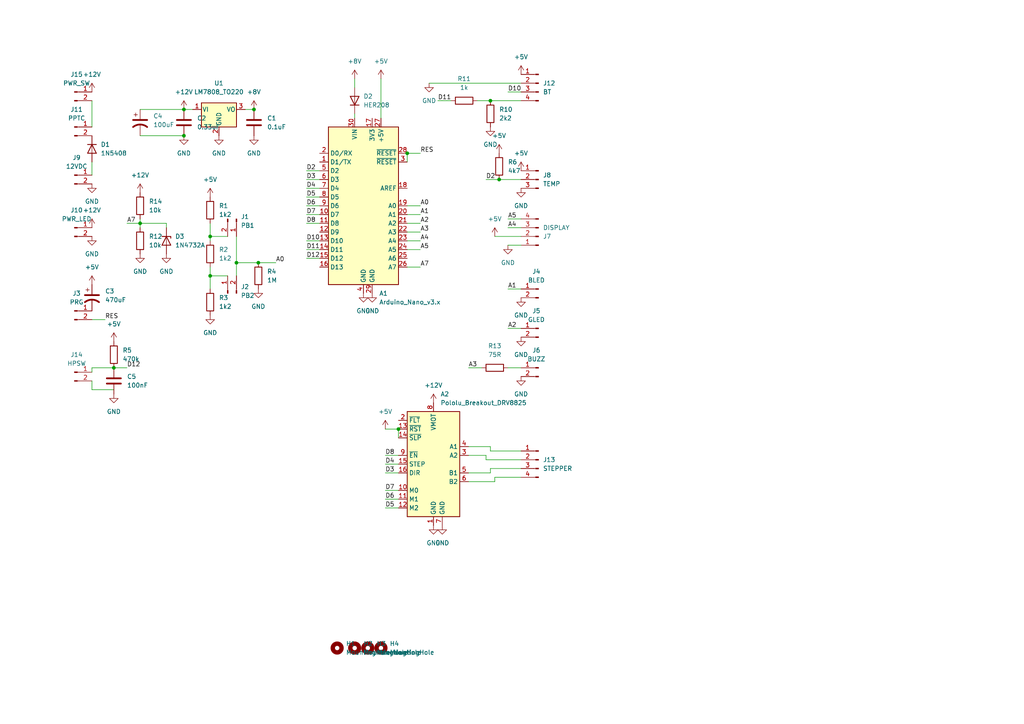
<source format=kicad_sch>
(kicad_sch (version 20211123) (generator eeschema)
  (paper "A4")
  (lib_symbols
    (symbol "Connector:Conn_01x02_Male" (pin_names (offset 1.016) hide)
      (property "Reference" "J" (at 0 2.54 0))
      (property "Value" "Conn_01x02_Male" (at 0 -5.08 0))
      (symbol "Conn_01x02_Male_1_1"
        (polyline (pts (xy 1.27 -2.54) (xy 0.8636 -2.54)) (stroke (width 0.1524)))
        (polyline (pts (xy 1.27 0) (xy 0.8636 0)) (stroke (width 0.1524)))
        (rectangle (start 0.8636 -2.413) (end 0 -2.667) (stroke (width 0.1524)) (fill (type outline)))
        (rectangle (start 0.8636 0.127) (end 0 -0.127) (stroke (width 0.1524)) (fill (type outline)))
        (pin passive line (at 5.08 0 180) (length 3.81) (name "Pin_1") (number "1"))
        (pin passive line (at 5.08 -2.54 180) (length 3.81) (name "Pin_2") (number "2"))
      )
    )
    (symbol "Connector:Conn_01x03_Male" (pin_names (offset 1.016) hide)
      (property "Reference" "J" (at 0 5.08 0))
      (property "Value" "Conn_01x03_Male" (at 0 -5.08 0))
      (symbol "Conn_01x03_Male_1_1"
        (polyline (pts (xy 1.27 -2.54) (xy 0.8636 -2.54)) (stroke (width 0.1524)))
        (polyline (pts (xy 1.27 0) (xy 0.8636 0)) (stroke (width 0.1524)))
        (polyline (pts (xy 1.27 2.54) (xy 0.8636 2.54)) (stroke (width 0.1524)))
        (rectangle (start 0.8636 -2.413) (end 0 -2.667) (stroke (width 0.1524)) (fill (type outline)))
        (rectangle (start 0.8636 0.127) (end 0 -0.127) (stroke (width 0.1524)) (fill (type outline)))
        (rectangle (start 0.8636 2.667) (end 0 2.413) (stroke (width 0.1524)) (fill (type outline)))
        (pin passive line (at 5.08 2.54 180) (length 3.81) (name "Pin_1") (number "1"))
        (pin passive line (at 5.08 0 180) (length 3.81) (name "Pin_2") (number "2"))
        (pin passive line (at 5.08 -2.54 180) (length 3.81) (name "Pin_3") (number "3"))
      )
    )
    (symbol "Connector:Conn_01x04_Male" (pin_names (offset 1.016) hide)
      (property "Reference" "J" (at 0 5.08 0))
      (property "Value" "Conn_01x04_Male" (at 0 -7.62 0))
      (symbol "Conn_01x04_Male_1_1"
        (polyline (pts (xy 1.27 -5.08) (xy 0.8636 -5.08)) (stroke (width 0.1524)))
        (polyline (pts (xy 1.27 -2.54) (xy 0.8636 -2.54)) (stroke (width 0.1524)))
        (polyline (pts (xy 1.27 0) (xy 0.8636 0)) (stroke (width 0.1524)))
        (polyline (pts (xy 1.27 2.54) (xy 0.8636 2.54)) (stroke (width 0.1524)))
        (rectangle (start 0.8636 -4.953) (end 0 -5.207) (stroke (width 0.1524)) (fill (type outline)))
        (rectangle (start 0.8636 -2.413) (end 0 -2.667) (stroke (width 0.1524)) (fill (type outline)))
        (rectangle (start 0.8636 0.127) (end 0 -0.127) (stroke (width 0.1524)) (fill (type outline)))
        (rectangle (start 0.8636 2.667) (end 0 2.413) (stroke (width 0.1524)) (fill (type outline)))
        (pin passive line (at 5.08 2.54 180) (length 3.81) (name "Pin_1") (number "1"))
        (pin passive line (at 5.08 0 180) (length 3.81) (name "Pin_2") (number "2"))
        (pin passive line (at 5.08 -2.54 180) (length 3.81) (name "Pin_3") (number "3"))
        (pin passive line (at 5.08 -5.08 180) (length 3.81) (name "Pin_4") (number "4"))
      )
    )
    (symbol "Device:C" (pin_numbers hide) (pin_names (offset 0.254))
      (property "Reference" "C" (at 0.635 2.54 0))
      (property "Value" "C" (at 0.635 -2.54 0))
      (symbol "C_0_1"
        (polyline (pts (xy -2.032 -0.762) (xy 2.032 -0.762)) (stroke (width 0.508)))
        (polyline (pts (xy -2.032 0.762) (xy 2.032 0.762)) (stroke (width 0.508)))
      )
      (symbol "C_1_1"
        (pin passive line (at 0 3.81 270) (length 2.794) (name "~") (number "1"))
        (pin passive line (at 0 -3.81 90) (length 2.794) (name "~") (number "2"))
      )
    )
    (symbol "Device:C_Polarized_US" (pin_numbers hide) (pin_names (offset 0.254) hide)
      (property "Reference" "C" (at 0.635 2.54 0))
      (property "Value" "C_Polarized_US" (at 0.635 -2.54 0))
      (symbol "C_Polarized_US_0_1"
        (polyline (pts (xy -2.032 0.762) (xy 2.032 0.762)) (stroke (width 0.508)))
        (polyline (pts (xy -1.778 2.286) (xy -0.762 2.286)))
        (polyline (pts (xy -1.27 1.778) (xy -1.27 2.794)))
        (arc (start 2.032 -1.27) (mid 0 -0.5572) (end -2.032 -1.27) (stroke (width 0.508)))
      )
      (symbol "C_Polarized_US_1_1"
        (pin passive line (at 0 3.81 270) (length 2.794) (name "~") (number "1"))
        (pin passive line (at 0 -3.81 90) (length 3.302) (name "~") (number "2"))
      )
    )
    (symbol "Device:D" (pin_numbers hide) (pin_names (offset 1.016) hide)
      (property "Reference" "D" (at 0 2.54 0))
      (property "Value" "D" (at 0 -2.54 0))
      (symbol "D_0_1"
        (polyline (pts (xy -1.27 1.27) (xy -1.27 -1.27)) (stroke (width 0.254)))
        (polyline (pts (xy 1.27 0) (xy -1.27 0)))
        (polyline (pts (xy 1.27 1.27) (xy 1.27 -1.27) (xy -1.27 0) (xy 1.27 1.27)) (stroke (width 0.254)))
      )
      (symbol "D_1_1"
        (pin passive line (at -3.81 0 0) (length 2.54) (name "K") (number "1"))
        (pin passive line (at 3.81 0 180) (length 2.54) (name "A") (number "2"))
      )
    )
    (symbol "Device:D_Zener" (pin_numbers hide) (pin_names (offset 1.016) hide)
      (property "Reference" "D" (at 0 2.54 0))
      (property "Value" "D_Zener" (at 0 -2.54 0))
      (symbol "D_Zener_0_1"
        (polyline (pts (xy 1.27 0) (xy -1.27 0)))
        (polyline (pts (xy -1.27 -1.27) (xy -1.27 1.27) (xy -0.762 1.27)) (stroke (width 0.254)))
        (polyline (pts (xy 1.27 -1.27) (xy 1.27 1.27) (xy -1.27 0) (xy 1.27 -1.27)) (stroke (width 0.254)))
      )
      (symbol "D_Zener_1_1"
        (pin passive line (at -3.81 0 0) (length 2.54) (name "K") (number "1"))
        (pin passive line (at 3.81 0 180) (length 2.54) (name "A") (number "2"))
      )
    )
    (symbol "Device:R" (pin_numbers hide) (pin_names (offset 0))
      (property "Reference" "R" (at 2.032 0 90))
      (property "Value" "R" (at 0 0 90))
      (symbol "R_0_1"
        (rectangle (start -1.016 -2.54) (end 1.016 2.54) (stroke (width 0.254)))
      )
      (symbol "R_1_1"
        (pin passive line (at 0 3.81 270) (length 1.27) (name "~") (number "1"))
        (pin passive line (at 0 -3.81 90) (length 1.27) (name "~") (number "2"))
      )
    )
    (symbol "Diode:1N5408" (pin_numbers hide) (pin_names (offset 1.016) hide)
      (property "Reference" "D" (at 0 2.54 0))
      (property "Value" "1N5408" (at 0 -2.54 0))
      (symbol "1N5408_0_1"
        (polyline (pts (xy -1.27 1.27) (xy -1.27 -1.27)) (stroke (width 0.254)))
        (polyline (pts (xy 1.27 0) (xy -1.27 0)))
        (polyline (pts (xy 1.27 1.27) (xy 1.27 -1.27) (xy -1.27 0) (xy 1.27 1.27)) (stroke (width 0.254)))
      )
      (symbol "1N5408_1_1"
        (pin passive line (at -3.81 0 0) (length 2.54) (name "K") (number "1"))
        (pin passive line (at 3.81 0 180) (length 2.54) (name "A") (number "2"))
      )
    )
    (symbol "Driver_Motor:Pololu_Breakout_DRV8825"
      (property "Reference" "A" (at -2.54 16.51 0))
      (property "Value" "Pololu_Breakout_DRV8825" (at -2.54 13.97 0))
      (symbol "Pololu_Breakout_DRV8825_0_1"
        (rectangle (start 7.62 -17.78) (end -7.62 12.7) (stroke (width 0.254)) (fill (type background)))
      )
      (symbol "Pololu_Breakout_DRV8825_1_1"
        (pin power_in line (at 0 -20.32 90) (length 2.54) (name "GND") (number "1"))
        (pin input line (at -10.16 -10.16 0) (length 2.54) (name "M0") (number "10"))
        (pin input line (at -10.16 -12.7 0) (length 2.54) (name "M1") (number "11"))
        (pin input line (at -10.16 -15.24 0) (length 2.54) (name "M2") (number "12"))
        (pin input line (at -10.16 7.62 0) (length 2.54) (name "~{RST}") (number "13"))
        (pin input line (at -10.16 5.08 0) (length 2.54) (name "~{SLP}") (number "14"))
        (pin input line (at -10.16 -2.54 0) (length 2.54) (name "STEP") (number "15"))
        (pin input line (at -10.16 -5.08 0) (length 2.54) (name "DIR") (number "16"))
        (pin output line (at -10.16 10.16 0) (length 2.54) (name "~{FLT}") (number "2"))
        (pin output line (at 10.16 0 180) (length 2.54) (name "A2") (number "3"))
        (pin output line (at 10.16 2.54 180) (length 2.54) (name "A1") (number "4"))
        (pin output line (at 10.16 -5.08 180) (length 2.54) (name "B1") (number "5"))
        (pin output line (at 10.16 -7.62 180) (length 2.54) (name "B2") (number "6"))
        (pin power_in line (at 2.54 -20.32 90) (length 2.54) (name "GND") (number "7"))
        (pin power_in line (at 0 15.24 270) (length 2.54) (name "VMOT") (number "8"))
        (pin input line (at -10.16 0 0) (length 2.54) (name "~{EN}") (number "9"))
      )
    )
    (symbol "MCU_Module:Arduino_Nano_v3.x"
      (property "Reference" "A" (at -10.16 23.495 0))
      (property "Value" "Arduino_Nano_v3.x" (at 5.08 -24.13 0))
      (symbol "Arduino_Nano_v3.x_0_1"
        (rectangle (start -10.16 22.86) (end 10.16 -22.86) (stroke (width 0.254)) (fill (type background)))
      )
      (symbol "Arduino_Nano_v3.x_1_1"
        (pin bidirectional line (at -12.7 12.7 0) (length 2.54) (name "D1/TX") (number "1"))
        (pin bidirectional line (at -12.7 -2.54 0) (length 2.54) (name "D7") (number "10"))
        (pin bidirectional line (at -12.7 -5.08 0) (length 2.54) (name "D8") (number "11"))
        (pin bidirectional line (at -12.7 -7.62 0) (length 2.54) (name "D9") (number "12"))
        (pin bidirectional line (at -12.7 -10.16 0) (length 2.54) (name "D10") (number "13"))
        (pin bidirectional line (at -12.7 -12.7 0) (length 2.54) (name "D11") (number "14"))
        (pin bidirectional line (at -12.7 -15.24 0) (length 2.54) (name "D12") (number "15"))
        (pin bidirectional line (at -12.7 -17.78 0) (length 2.54) (name "D13") (number "16"))
        (pin power_out line (at 2.54 25.4 270) (length 2.54) (name "3V3") (number "17"))
        (pin input line (at 12.7 5.08 180) (length 2.54) (name "AREF") (number "18"))
        (pin bidirectional line (at 12.7 0 180) (length 2.54) (name "A0") (number "19"))
        (pin bidirectional line (at -12.7 15.24 0) (length 2.54) (name "D0/RX") (number "2"))
        (pin bidirectional line (at 12.7 -2.54 180) (length 2.54) (name "A1") (number "20"))
        (pin bidirectional line (at 12.7 -5.08 180) (length 2.54) (name "A2") (number "21"))
        (pin bidirectional line (at 12.7 -7.62 180) (length 2.54) (name "A3") (number "22"))
        (pin bidirectional line (at 12.7 -10.16 180) (length 2.54) (name "A4") (number "23"))
        (pin bidirectional line (at 12.7 -12.7 180) (length 2.54) (name "A5") (number "24"))
        (pin bidirectional line (at 12.7 -15.24 180) (length 2.54) (name "A6") (number "25"))
        (pin bidirectional line (at 12.7 -17.78 180) (length 2.54) (name "A7") (number "26"))
        (pin power_out line (at 5.08 25.4 270) (length 2.54) (name "+5V") (number "27"))
        (pin input line (at 12.7 15.24 180) (length 2.54) (name "~{RESET}") (number "28"))
        (pin power_in line (at 2.54 -25.4 90) (length 2.54) (name "GND") (number "29"))
        (pin input line (at 12.7 12.7 180) (length 2.54) (name "~{RESET}") (number "3"))
        (pin power_in line (at -2.54 25.4 270) (length 2.54) (name "VIN") (number "30"))
        (pin power_in line (at 0 -25.4 90) (length 2.54) (name "GND") (number "4"))
        (pin bidirectional line (at -12.7 10.16 0) (length 2.54) (name "D2") (number "5"))
        (pin bidirectional line (at -12.7 7.62 0) (length 2.54) (name "D3") (number "6"))
        (pin bidirectional line (at -12.7 5.08 0) (length 2.54) (name "D4") (number "7"))
        (pin bidirectional line (at -12.7 2.54 0) (length 2.54) (name "D5") (number "8"))
        (pin bidirectional line (at -12.7 0 0) (length 2.54) (name "D6") (number "9"))
      )
    )
    (symbol "Mechanical:MountingHole" (pin_names (offset 1.016))
      (property "Reference" "H" (at 0 5.08 0))
      (property "Value" "MountingHole" (at 0 3.175 0))
      (symbol "MountingHole_0_1"
        (circle (center 0 0) (radius 1.27) (stroke (width 1.27)))
      )
    )
    (symbol "Regulator_Linear:LM7808_TO220" (pin_names (offset 0.254))
      (property "Reference" "U" (at -3.81 3.175 0))
      (property "Value" "LM7808_TO220" (at 0 3.175 0))
      (symbol "LM7808_TO220_0_1"
        (rectangle (start -5.08 1.905) (end 5.08 -5.08) (stroke (width 0.254)) (fill (type background)))
      )
      (symbol "LM7808_TO220_1_1"
        (pin power_in line (at -7.62 0 0) (length 2.54) (name "VI") (number "1"))
        (pin power_in line (at 0 -7.62 90) (length 2.54) (name "GND") (number "2"))
        (pin power_out line (at 7.62 0 180) (length 2.54) (name "VO") (number "3"))
      )
    )
    (symbol "power:+12V" (power) (pin_names (offset 0))
      (property "Value" "+12V" (at 0 3.556 0))
      (symbol "+12V_0_1"
        (polyline (pts (xy -0.762 1.27) (xy 0 2.54)))
        (polyline (pts (xy 0 0) (xy 0 2.54)))
        (polyline (pts (xy 0 2.54) (xy 0.762 1.27)))
      )
      (symbol "+12V_1_1"
        (pin power_in line (at 0 0 90) (length 0) hide (name "+12V") (number "1"))
      )
    )
    (symbol "power:+5V" (power) (pin_names (offset 0))
      (property "Value" "+5V" (at 0 3.556 0))
      (symbol "+5V_0_1"
        (polyline (pts (xy -0.762 1.27) (xy 0 2.54)))
        (polyline (pts (xy 0 0) (xy 0 2.54)))
        (polyline (pts (xy 0 2.54) (xy 0.762 1.27)))
      )
      (symbol "+5V_1_1"
        (pin power_in line (at 0 0 90) (length 0) hide (name "+5V") (number "1"))
      )
    )
    (symbol "power:+8V" (power) (pin_names (offset 0))
      (property "Value" "+8V" (at 0 3.556 0))
      (symbol "+8V_0_1"
        (polyline (pts (xy -0.762 1.27) (xy 0 2.54)))
        (polyline (pts (xy 0 0) (xy 0 2.54)))
        (polyline (pts (xy 0 2.54) (xy 0.762 1.27)))
      )
      (symbol "+8V_1_1"
        (pin power_in line (at 0 0 90) (length 0) hide (name "+8V") (number "1"))
      )
    )
    (symbol "power:GND" (power) (pin_names (offset 0))
      (property "Value" "GND" (at 0 -3.81 0))
      (symbol "GND_0_1"
        (polyline (pts (xy 0 0) (xy 0 -1.27) (xy 1.27 -1.27) (xy 0 -2.54) (xy -1.27 -1.27) (xy 0 -1.27)))
      )
      (symbol "GND_1_1"
        (pin power_in line (at 0 0 270) (length 0) hide (name "GND") (number "1"))
      )
    )
  )
  (junction (at 60.96 68.58))
  (junction (at 53.34 31.75))
  (junction (at 40.64 64.77))
  (junction (at 142.24 29.21))
  (junction (at 33.02 106.68))
  (junction (at 73.66 31.75))
  (junction (at 74.93 76.2))
  (junction (at 53.34 39.37))
  (junction (at 144.78 52.07))
  (junction (at 115.57 124.46))
  (junction (at 68.58 76.2))
  (junction (at 118.11 44.45))
  (junction (at 60.96 80.01))
  (wire (pts (xy 140.97 132.08) (xy 140.97 133.35)))
  (wire (pts (xy 48.26 64.77) (xy 40.64 64.77)))
  (wire (pts (xy 88.9 62.23) (xy 92.71 62.23)))
  (wire (pts (xy 88.9 64.77) (xy 92.71 64.77)))
  (wire (pts (xy 135.89 106.68) (xy 139.7 106.68)))
  (wire (pts (xy 147.32 71.12) (xy 151.13 71.12)))
  (wire (pts (xy 88.9 72.39) (xy 92.71 72.39)))
  (wire (pts (xy 142.24 135.89) (xy 151.13 135.89)))
  (wire (pts (xy 115.57 124.46) (xy 115.57 127)))
  (wire (pts (xy 147.32 83.82) (xy 151.13 83.82)))
  (wire (pts (xy 147.32 66.04) (xy 151.13 66.04)))
  (wire (pts (xy 111.76 142.24) (xy 115.57 142.24)))
  (wire (pts (xy 102.87 22.86) (xy 102.87 25.4)))
  (wire (pts (xy 60.96 80.01) (xy 66.04 80.01)))
  (wire (pts (xy 26.67 107.95) (xy 26.67 106.68)))
  (wire (pts (xy 88.9 57.15) (xy 92.71 57.15)))
  (wire (pts (xy 118.11 77.47) (xy 121.92 77.47)))
  (wire (pts (xy 135.89 137.16) (xy 142.24 137.16)))
  (wire (pts (xy 60.96 64.77) (xy 60.96 68.58)))
  (wire (pts (xy 74.93 76.2) (xy 80.01 76.2)))
  (wire (pts (xy 135.89 139.7) (xy 143.51 139.7)))
  (wire (pts (xy 147.32 63.5) (xy 151.13 63.5)))
  (wire (pts (xy 124.46 24.13) (xy 151.13 24.13)))
  (wire (pts (xy 40.64 31.75) (xy 53.34 31.75)))
  (wire (pts (xy 48.26 66.04) (xy 48.26 64.77)))
  (wire (pts (xy 88.9 74.93) (xy 92.71 74.93)))
  (wire (pts (xy 111.76 134.62) (xy 115.57 134.62)))
  (wire (pts (xy 147.32 106.68) (xy 151.13 106.68)))
  (wire (pts (xy 60.96 77.47) (xy 60.96 80.01)))
  (wire (pts (xy 60.96 68.58) (xy 66.04 68.58)))
  (wire (pts (xy 140.97 133.35) (xy 151.13 133.35)))
  (wire (pts (xy 140.97 52.07) (xy 144.78 52.07)))
  (wire (pts (xy 68.58 76.2) (xy 68.58 80.01)))
  (wire (pts (xy 26.67 106.68) (xy 33.02 106.68)))
  (wire (pts (xy 138.43 29.21) (xy 142.24 29.21)))
  (wire (pts (xy 111.76 147.32) (xy 115.57 147.32)))
  (wire (pts (xy 143.51 139.7) (xy 143.51 138.43)))
  (wire (pts (xy 147.32 26.67) (xy 151.13 26.67)))
  (wire (pts (xy 127 29.21) (xy 130.81 29.21)))
  (wire (pts (xy 143.51 138.43) (xy 151.13 138.43)))
  (wire (pts (xy 88.9 69.85) (xy 92.71 69.85)))
  (wire (pts (xy 143.51 68.58) (xy 151.13 68.58)))
  (wire (pts (xy 118.11 44.45) (xy 121.92 44.45)))
  (wire (pts (xy 111.76 144.78) (xy 115.57 144.78)))
  (wire (pts (xy 118.11 59.69) (xy 121.92 59.69)))
  (wire (pts (xy 60.96 68.58) (xy 60.96 69.85)))
  (wire (pts (xy 118.11 69.85) (xy 121.92 69.85)))
  (wire (pts (xy 73.66 31.75) (xy 71.12 31.75)))
  (wire (pts (xy 142.24 29.21) (xy 151.13 29.21)))
  (wire (pts (xy 60.96 80.01) (xy 60.96 83.82)))
  (wire (pts (xy 26.67 113.03) (xy 33.02 113.03)))
  (wire (pts (xy 26.67 46.99) (xy 26.67 50.8)))
  (wire (pts (xy 68.58 76.2) (xy 74.93 76.2)))
  (wire (pts (xy 40.64 39.37) (xy 53.34 39.37)))
  (wire (pts (xy 26.67 29.21) (xy 26.67 36.83)))
  (wire (pts (xy 144.78 52.07) (xy 151.13 52.07)))
  (wire (pts (xy 102.87 33.02) (xy 102.87 34.29)))
  (wire (pts (xy 118.11 44.45) (xy 118.11 46.99)))
  (wire (pts (xy 142.24 137.16) (xy 142.24 135.89)))
  (wire (pts (xy 36.83 64.77) (xy 40.64 64.77)))
  (wire (pts (xy 135.89 129.54) (xy 142.24 129.54)))
  (wire (pts (xy 26.67 110.49) (xy 26.67 113.03)))
  (wire (pts (xy 88.9 59.69) (xy 92.71 59.69)))
  (wire (pts (xy 110.49 22.86) (xy 110.49 34.29)))
  (wire (pts (xy 88.9 54.61) (xy 92.71 54.61)))
  (wire (pts (xy 40.64 64.77) (xy 40.64 66.04)))
  (wire (pts (xy 142.24 130.81) (xy 151.13 130.81)))
  (wire (pts (xy 26.67 92.71) (xy 30.48 92.71)))
  (wire (pts (xy 111.76 132.08) (xy 115.57 132.08)))
  (wire (pts (xy 118.11 72.39) (xy 121.92 72.39)))
  (wire (pts (xy 118.11 64.77) (xy 121.92 64.77)))
  (wire (pts (xy 118.11 62.23) (xy 121.92 62.23)))
  (wire (pts (xy 118.11 67.31) (xy 121.92 67.31)))
  (wire (pts (xy 68.58 68.58) (xy 68.58 76.2)))
  (wire (pts (xy 40.64 63.5) (xy 40.64 64.77)))
  (wire (pts (xy 147.32 95.25) (xy 151.13 95.25)))
  (wire (pts (xy 135.89 132.08) (xy 140.97 132.08)))
  (wire (pts (xy 111.76 137.16) (xy 115.57 137.16)))
  (wire (pts (xy 53.34 31.75) (xy 55.88 31.75)))
  (wire (pts (xy 111.76 124.46) (xy 115.57 124.46)))
  (wire (pts (xy 33.02 106.68) (xy 36.83 106.68)))
  (wire (pts (xy 142.24 129.54) (xy 142.24 130.81)))
  (wire (pts (xy 88.9 52.07) (xy 92.71 52.07)))
  (wire (pts (xy 88.9 49.53) (xy 92.71 49.53)))
  (label "A7" (at 36.83 64.77 0))
  (label "D8" (at 88.9 64.77 0))
  (label "A0" (at 80.01 76.2 0))
  (label "A4" (at 147.32 66.04 0))
  (label "D10" (at 88.9 69.85 0))
  (label "D11" (at 88.9 72.39 0))
  (label "D2" (at 140.97 52.07 0))
  (label "D7" (at 88.9 62.23 0))
  (label "A0" (at 121.92 59.69 0))
  (label "A3" (at 135.89 106.68 0))
  (label "D6" (at 111.76 144.78 0))
  (label "A4" (at 121.92 69.85 0))
  (label "D5" (at 111.76 147.32 0))
  (label "D8" (at 111.76 132.08 0))
  (label "D4" (at 88.9 54.61 0))
  (label "RES" (at 121.92 44.45 0))
  (label "D11" (at 127 29.21 0))
  (label "A5" (at 121.92 72.39 0))
  (label "D6" (at 88.9 59.69 0))
  (label "D3" (at 111.76 137.16 0))
  (label "A5" (at 147.32 63.5 0))
  (label "A2" (at 121.92 64.77 0))
  (label "A7" (at 121.92 77.47 0))
  (label "D12" (at 88.9 74.93 0))
  (label "D7" (at 111.76 142.24 0))
  (label "D12" (at 36.83 106.68 0))
  (label "D5" (at 88.9 57.15 0))
  (label "A1" (at 147.32 83.82 0))
  (label "A2" (at 147.32 95.25 0))
  (label "D2" (at 88.9 49.53 0))
  (label "D4" (at 111.76 134.62 0))
  (label "A1" (at 121.92 62.23 0))
  (label "A3" (at 121.92 67.31 0))
  (label "D10" (at 147.32 26.67 0))
  (label "D3" (at 88.9 52.07 0))
  (label "RES" (at 30.48 92.71 0))
  (symbol (lib_id "power:GND") (at 74.93 83.82 0) (unit 1)
    (property "Reference" "#PWR0127" (effects hide))
    (property "Value" "GND" (at 74.93 88.9 0))
  )
  (symbol (lib_id "Device:C_Polarized_US") (at 26.67 86.36 0) (unit 1)
    (property "Reference" "C3" (at 30.48 84.4549 0) (effects (justify left)))
    (property "Value" "470uF" (at 30.48 86.9949 0) (effects (justify left)))
    (property "Footprint" "Capacitor_THT:CP_Radial_D8.0mm_P3.50mm" (effects hide))
  )
  (symbol (lib_id "Device:R") (at 40.64 59.69 0) (unit 1)
    (property "Reference" "R14" (at 43.18 58.4199 0) (effects (justify left)))
    (property "Value" "10k" (at 43.18 60.9599 0) (effects (justify left)))
    (property "Footprint" "Resistor_THT:R_Axial_DIN0309_L9.0mm_D3.2mm_P12.70mm_Horizontal" (effects hide))
  )
  (symbol (lib_id "Connector:Conn_01x04_Male") (at 156.21 24.13 0) (mirror y) (unit 1)
    (property "Reference" "J12" (at 157.48 24.1299 0) (effects (justify right)))
    (property "Value" "BT" (at 157.48 26.6699 0) (effects (justify right)))
    (property "Footprint" "Connector_JST:JST_XH_B4B-XH-AM_1x04_P2.50mm_Vertical" (effects hide))
  )
  (symbol (lib_id "power:+12V") (at 40.64 55.88 0) (unit 1)
    (property "Reference" "#PWR0132" (effects hide))
    (property "Value" "+12V" (at 40.64 50.8 0))
  )
  (symbol (lib_id "Connector:Conn_01x04_Male") (at 156.21 133.35 0) (mirror y) (unit 1)
    (property "Reference" "J13" (at 157.48 133.3499 0) (effects (justify right)))
    (property "Value" "STEPPER" (at 157.48 135.8899 0) (effects (justify right)))
    (property "Footprint" "Connector_JST:JST_XH_B4B-XH-AM_1x04_P2.50mm_Vertical" (effects hide))
  )
  (symbol (lib_id "power:+5V") (at 151.13 21.59 0) (unit 1)
    (property "Reference" "#PWR0107" (effects hide))
    (property "Value" "+5V" (at 151.13 16.51 0))
  )
  (symbol (lib_id "Connector:Conn_01x03_Male") (at 156.21 52.07 0) (mirror y) (unit 1)
    (property "Reference" "J8" (at 157.48 50.7999 0) (effects (justify right)))
    (property "Value" "TEMP" (at 157.48 53.3399 0) (effects (justify right)))
    (property "Footprint" "Connector_JST:JST_XH_B3B-XH-AM_1x03_P2.50mm_Vertical" (effects hide))
  )
  (symbol (lib_id "power:+12V") (at 125.73 116.84 0) (unit 1)
    (property "Reference" "#PWR0116" (effects hide))
    (property "Value" "+12V" (at 125.73 111.76 0))
  )
  (symbol (lib_id "Device:C_Polarized_US") (at 40.64 35.56 0) (unit 1)
    (property "Reference" "C4" (at 44.45 33.6549 0) (effects (justify left)))
    (property "Value" "100uF" (at 44.45 36.1949 0) (effects (justify left)))
    (property "Footprint" "Capacitor_THT:CP_Radial_D8.0mm_P3.50mm" (effects hide))
  )
  (symbol (lib_id "power:GND") (at 26.67 53.34 0) (unit 1)
    (property "Reference" "#PWR0136" (effects hide))
    (property "Value" "GND" (at 26.67 58.42 0))
  )
  (symbol (lib_id "Connector:Conn_01x02_Male") (at 21.59 66.04 0) (unit 1)
    (property "Reference" "J10" (at 22.225 60.96 0))
    (property "Value" "PWR_LED" (at 22.225 63.5 0))
    (property "Footprint" "Connector_JST:JST_XH_B2B-XH-AM_1x02_P2.50mm_Vertical" (effects hide))
  )
  (symbol (lib_id "Connector:Conn_01x02_Male") (at 156.21 83.82 0) (mirror y) (unit 1)
    (property "Reference" "J4" (at 155.575 78.74 0))
    (property "Value" "BLED" (at 155.575 81.28 0))
    (property "Footprint" "Connector_JST:JST_XH_B2B-XH-AM_1x02_P2.50mm_Vertical" (effects hide))
  )
  (symbol (lib_id "power:GND") (at 60.96 91.44 0) (unit 1)
    (property "Reference" "#PWR0120" (effects hide))
    (property "Value" "GND" (at 60.96 96.52 0))
  )
  (symbol (lib_id "Mechanical:MountingHole") (at 106.68 187.96 0) (unit 1)
    (property "Reference" "H3" (at 109.22 186.6899 0) (effects (justify left)))
    (property "Value" "MountingHole" (at 109.22 189.2299 0) (effects (justify left)))
    (property "Footprint" "MountingHole:MountingHole_3.2mm_M3" (effects hide))
  )
  (symbol (lib_id "Connector:Conn_01x02_Male") (at 66.04 85.09 90) (unit 1)
    (property "Reference" "J2" (at 69.85 83.1849 90) (effects (justify right)))
    (property "Value" "PB2" (at 69.85 85.7249 90) (effects (justify right)))
    (property "Footprint" "Connector_JST:JST_XH_B2B-XH-AM_1x02_P2.50mm_Vertical" (effects hide))
  )
  (symbol (lib_id "power:GND") (at 124.46 24.13 0) (unit 1)
    (property "Reference" "#PWR0104" (effects hide))
    (property "Value" "GND" (at 124.46 29.21 0))
  )
  (symbol (lib_id "power:+12V") (at 53.34 31.75 0) (unit 1)
    (property "Reference" "#PWR0135" (effects hide))
    (property "Value" "+12V" (at 53.34 26.67 0))
  )
  (symbol (lib_id "Connector:Conn_01x02_Male") (at 21.59 107.95 0) (unit 1)
    (property "Reference" "J14" (at 22.225 102.87 0))
    (property "Value" "HPSW" (at 22.225 105.41 0))
    (property "Footprint" "Connector_JST:JST_XH_B2B-XH-AM_1x02_P2.50mm_Vertical" (effects hide))
  )
  (symbol (lib_id "Device:R") (at 134.62 29.21 90) (unit 1)
    (property "Reference" "R11" (at 134.62 22.86 90))
    (property "Value" "1k" (at 134.62 25.4 90))
    (property "Footprint" "Resistor_THT:R_Axial_DIN0309_L9.0mm_D3.2mm_P2.54mm_Vertical" (effects hide))
  )
  (symbol (lib_id "power:+5V") (at 143.51 68.58 0) (unit 1)
    (property "Reference" "#PWR0101" (effects hide))
    (property "Value" "+5V" (at 143.51 63.5 0))
  )
  (symbol (lib_id "power:+5V") (at 60.96 57.15 0) (unit 1)
    (property "Reference" "#PWR0128" (effects hide))
    (property "Value" "+5V" (at 60.96 52.07 0))
  )
  (symbol (lib_id "power:+8V") (at 102.87 22.86 0) (unit 1)
    (property "Reference" "#PWR0108" (effects hide))
    (property "Value" "+8V" (at 102.87 17.78 0))
  )
  (symbol (lib_id "power:GND") (at 48.26 73.66 0) (unit 1)
    (property "Reference" "#PWR0121" (effects hide))
    (property "Value" "GND" (at 48.26 78.74 0))
  )
  (symbol (lib_id "Connector:Conn_01x02_Male") (at 21.59 50.8 0) (unit 1)
    (property "Reference" "J9" (at 22.225 45.72 0))
    (property "Value" "12VDC" (at 22.225 48.26 0))
    (property "Footprint" "Connector_JST:JST_XH_B2B-XH-AM_1x02_P2.50mm_Vertical" (effects hide))
  )
  (symbol (lib_id "power:GND") (at 40.64 73.66 0) (unit 1)
    (property "Reference" "#PWR0124" (effects hide))
    (property "Value" "GND" (at 40.64 78.74 0))
  )
  (symbol (lib_id "Mechanical:MountingHole") (at 97.79 187.96 0) (unit 1)
    (property "Reference" "H1" (at 100.33 186.6899 0) (effects (justify left)))
    (property "Value" "MountingHole" (at 100.33 189.2299 0) (effects (justify left)))
    (property "Footprint" "MountingHole:MountingHole_3.2mm_M3" (effects hide))
  )
  (symbol (lib_id "power:GND") (at 105.41 85.09 0) (unit 1)
    (property "Reference" "#PWR0118" (effects hide))
    (property "Value" "GND" (at 105.41 90.17 0))
  )
  (symbol (lib_id "Device:R") (at 40.64 69.85 0) (unit 1)
    (property "Reference" "R12" (at 43.18 68.5799 0) (effects (justify left)))
    (property "Value" "10k" (at 43.18 71.1199 0) (effects (justify left)))
    (property "Footprint" "Resistor_THT:R_Axial_DIN0309_L9.0mm_D3.2mm_P12.70mm_Horizontal" (effects hide))
  )
  (symbol (lib_id "power:+8V") (at 73.66 31.75 0) (unit 1)
    (property "Reference" "#PWR0130" (effects hide))
    (property "Value" "+8V" (at 73.66 26.67 0))
  )
  (symbol (lib_id "Device:R") (at 144.78 48.26 0) (unit 1)
    (property "Reference" "R6" (at 147.32 46.9899 0) (effects (justify left)))
    (property "Value" "4k7" (at 147.32 49.5299 0) (effects (justify left)))
    (property "Footprint" "Resistor_THT:R_Axial_DIN0309_L9.0mm_D3.2mm_P12.70mm_Horizontal" (effects hide))
  )
  (symbol (lib_id "Device:R") (at 33.02 102.87 0) (unit 1)
    (property "Reference" "R5" (at 35.56 101.5999 0) (effects (justify left)))
    (property "Value" "470k" (at 35.56 104.1399 0) (effects (justify left)))
    (property "Footprint" "Resistor_THT:R_Axial_DIN0309_L9.0mm_D3.2mm_P2.54mm_Vertical" (effects hide))
  )
  (symbol (lib_id "Device:R") (at 60.96 73.66 0) (unit 1)
    (property "Reference" "R2" (at 63.5 72.3899 0) (effects (justify left)))
    (property "Value" "1k2" (at 63.5 74.9299 0) (effects (justify left)))
    (property "Footprint" "Resistor_THT:R_Axial_DIN0309_L9.0mm_D3.2mm_P2.54mm_Vertical" (effects hide))
  )
  (symbol (lib_id "Device:R") (at 60.96 60.96 0) (unit 1)
    (property "Reference" "R1" (at 63.5 59.6899 0) (effects (justify left)))
    (property "Value" "1k2" (at 63.5 62.2299 0) (effects (justify left)))
    (property "Footprint" "Resistor_THT:R_Axial_DIN0309_L9.0mm_D3.2mm_P2.54mm_Vertical" (effects hide))
  )
  (symbol (lib_id "power:GND") (at 147.32 71.12 0) (unit 1)
    (property "Reference" "#PWR0102" (effects hide))
    (property "Value" "GND" (at 147.32 76.2 0))
  )
  (symbol (lib_id "Connector:Conn_01x02_Male") (at 68.58 63.5 270) (unit 1)
    (property "Reference" "J1" (at 69.85 62.8649 90) (effects (justify left)))
    (property "Value" "PB1" (at 69.85 65.4049 90) (effects (justify left)))
    (property "Footprint" "Connector_JST:JST_XH_B2B-XH-AM_1x02_P2.50mm_Vertical" (effects hide))
  )
  (symbol (lib_id "Connector:Conn_01x02_Male") (at 21.59 26.67 0) (unit 1)
    (property "Reference" "J15" (at 22.225 21.59 0))
    (property "Value" "PWR_SW" (at 22.225 24.13 0))
    (property "Footprint" "Connector_JST:JST_XH_B2B-XH-AM_1x02_P2.50mm_Vertical" (effects hide))
  )
  (symbol (lib_id "Mechanical:MountingHole") (at 102.87 187.96 0) (unit 1)
    (property "Reference" "H2" (at 105.41 186.6899 0) (effects (justify left)))
    (property "Value" "MountingHole" (at 105.41 189.2299 0) (effects (justify left)))
    (property "Footprint" "MountingHole:MountingHole_3.2mm_M3" (effects hide))
  )
  (symbol (lib_id "power:GND") (at 53.34 39.37 0) (unit 1)
    (property "Reference" "#PWR0134" (effects hide))
    (property "Value" "GND" (at 53.34 44.45 0))
  )
  (symbol (lib_id "power:GND") (at 151.13 97.79 0) (unit 1)
    (property "Reference" "#PWR0117" (effects hide))
    (property "Value" "GND" (at 151.13 102.87 0))
  )
  (symbol (lib_id "power:GND") (at 142.24 36.83 0) (unit 1)
    (property "Reference" "#PWR0111" (effects hide))
    (property "Value" "GND" (at 142.24 41.91 0))
  )
  (symbol (lib_id "power:GND") (at 26.67 68.58 0) (unit 1)
    (property "Reference" "#PWR0123" (effects hide))
    (property "Value" "GND" (at 26.67 73.66 0))
  )
  (symbol (lib_id "Diode:1N5408") (at 26.67 43.18 270) (unit 1)
    (property "Reference" "D1" (at 29.21 41.9099 90) (effects (justify left)))
    (property "Value" "1N5408" (at 29.21 44.4499 90) (effects (justify left)))
    (property "Footprint" "Diode_THT:D_DO-201AD_P15.24mm_Horizontal" (effects hide))
    (property "Datasheet" "http://www.vishay.com/docs/88516/1n5400.pdf" (effects hide))
  )
  (symbol (lib_id "power:GND") (at 151.13 109.22 0) (unit 1)
    (property "Reference" "#PWR0112" (effects hide))
    (property "Value" "GND" (at 151.13 114.3 0))
  )
  (symbol (lib_id "Connector:Conn_01x02_Male") (at 21.59 36.83 0) (unit 1)
    (property "Reference" "J11" (at 22.225 31.75 0))
    (property "Value" "PPTC" (at 22.225 34.29 0))
    (property "Footprint" "Connector_JST:JST_XH_B2B-XH-AM_1x02_P2.50mm_Vertical" (effects hide))
  )
  (symbol (lib_id "power:GND") (at 151.13 86.36 0) (unit 1)
    (property "Reference" "#PWR0103" (effects hide))
    (property "Value" "GND" (at 151.13 91.44 0))
  )
  (symbol (lib_id "power:GND") (at 73.66 39.37 0) (unit 1)
    (property "Reference" "#PWR0129" (effects hide))
    (property "Value" "GND" (at 73.66 44.45 0))
  )
  (symbol (lib_id "Connector:Conn_01x04_Male") (at 156.21 68.58 180) (unit 1)
    (property "Reference" "J7" (at 157.48 68.5801 0) (effects (justify right)))
    (property "Value" "DISPLAY" (at 157.48 66.0401 0) (effects (justify right)))
    (property "Footprint" "Connector_JST:JST_XH_B4B-XH-AM_1x04_P2.50mm_Vertical" (effects hide))
  )
  (symbol (lib_id "power:GND") (at 125.73 152.4 0) (unit 1)
    (property "Reference" "#PWR0113" (effects hide))
    (property "Value" "GND" (at 125.73 157.48 0))
  )
  (symbol (lib_id "power:+12V") (at 26.67 26.67 0) (unit 1)
    (property "Reference" "#PWR0131" (effects hide))
    (property "Value" "+12V" (at 26.67 21.59 0))
  )
  (symbol (lib_id "Device:C") (at 73.66 35.56 0) (unit 1)
    (property "Reference" "C1" (at 77.47 34.2899 0) (effects (justify left)))
    (property "Value" "0.1uF" (at 77.47 36.8299 0) (effects (justify left)))
    (property "Footprint" "Capacitor_THT:C_Disc_D6.0mm_W2.5mm_P5.00mm" (effects hide))
  )
  (symbol (lib_id "power:GND") (at 33.02 114.3 0) (unit 1)
    (property "Reference" "#PWR0126" (effects hide))
    (property "Value" "GND" (at 33.02 119.38 0))
  )
  (symbol (lib_id "Device:R") (at 60.96 87.63 0) (unit 1)
    (property "Reference" "R3" (at 63.5 86.3599 0) (effects (justify left)))
    (property "Value" "1k2" (at 63.5 88.8999 0) (effects (justify left)))
    (property "Footprint" "Resistor_THT:R_Axial_DIN0309_L9.0mm_D3.2mm_P2.54mm_Vertical" (effects hide))
  )
  (symbol (lib_id "Device:C") (at 33.02 110.49 0) (unit 1)
    (property "Reference" "C5" (at 36.83 109.2199 0) (effects (justify left)))
    (property "Value" "100nF" (at 36.83 111.7599 0) (effects (justify left)))
    (property "Footprint" "Capacitor_THT:C_Disc_D6.0mm_W2.5mm_P5.00mm" (effects hide))
  )
  (symbol (lib_id "Device:C") (at 53.34 35.56 0) (unit 1)
    (property "Reference" "C2" (at 57.15 34.2899 0) (effects (justify left)))
    (property "Value" "0.33uF" (at 57.15 36.8299 0) (effects (justify left)))
    (property "Footprint" "Capacitor_THT:C_Disc_D6.0mm_W2.5mm_P5.00mm" (effects hide))
  )
  (symbol (lib_id "power:+5V") (at 151.13 49.53 0) (unit 1)
    (property "Reference" "#PWR0106" (effects hide))
    (property "Value" "+5V" (at 151.13 44.45 0))
  )
  (symbol (lib_id "Driver_Motor:Pololu_Breakout_DRV8825") (at 125.73 132.08 0) (unit 1)
    (property "Reference" "A2" (at 127.7494 114.3 0) (effects (justify left)))
    (property "Value" "Pololu_Breakout_DRV8825" (at 127.7494 116.84 0) (effects (justify left)))
    (property "Footprint" "Module:Pololu_Breakout-16_15.2x20.3mm" (effects hide))
    (property "Datasheet" "https://www.pololu.com/product/2982" (effects hide))
  )
  (symbol (lib_id "power:+5V") (at 110.49 22.86 0) (unit 1)
    (property "Reference" "#PWR0109" (effects hide))
    (property "Value" "+5V" (at 110.49 17.78 0))
  )
  (symbol (lib_id "Device:R") (at 142.24 33.02 0) (unit 1)
    (property "Reference" "R10" (at 144.78 31.7499 0) (effects (justify left)))
    (property "Value" "2k2" (at 144.78 34.2899 0) (effects (justify left)))
    (property "Footprint" "Resistor_THT:R_Axial_DIN0309_L9.0mm_D3.2mm_P2.54mm_Vertical" (effects hide))
  )
  (symbol (lib_id "Device:R") (at 74.93 80.01 0) (unit 1)
    (property "Reference" "R4" (at 77.47 78.7399 0) (effects (justify left)))
    (property "Value" "1M" (at 77.47 81.2799 0) (effects (justify left)))
    (property "Footprint" "Resistor_THT:R_Axial_DIN0309_L9.0mm_D3.2mm_P12.70mm_Horizontal" (effects hide))
  )
  (symbol (lib_id "Regulator_Linear:LM7808_TO220") (at 63.5 31.75 0) (unit 1)
    (property "Reference" "U1" (at 63.5 24.13 0))
    (property "Value" "LM7808_TO220" (at 63.5 26.67 0))
    (property "Footprint" "Package_TO_SOT_THT:TO-220-3_Vertical" (effects hide))
    (property "Datasheet" "https://www.onsemi.cn/PowerSolutions/document/MC7800-D.PDF" (effects hide))
  )
  (symbol (lib_id "power:+5V") (at 26.67 82.55 0) (unit 1)
    (property "Reference" "#PWR0122" (effects hide))
    (property "Value" "+5V" (at 26.67 77.47 0))
  )
  (symbol (lib_id "power:+5V") (at 111.76 124.46 0) (unit 1)
    (property "Reference" "#PWR0115" (effects hide))
    (property "Value" "+5V" (at 111.76 119.38 0))
  )
  (symbol (lib_id "power:GND") (at 63.5 39.37 0) (unit 1)
    (property "Reference" "#PWR0133" (effects hide))
    (property "Value" "GND" (at 63.5 44.45 0))
  )
  (symbol (lib_id "Connector:Conn_01x02_Male") (at 156.21 95.25 0) (mirror y) (unit 1)
    (property "Reference" "J5" (at 155.575 90.17 0))
    (property "Value" "GLED" (at 155.575 92.71 0))
    (property "Footprint" "Connector_JST:JST_XH_B2B-XH-AM_1x02_P2.50mm_Vertical" (effects hide))
  )
  (symbol (lib_id "Mechanical:MountingHole") (at 110.49 187.96 0) (unit 1)
    (property "Reference" "H4" (at 113.03 186.6899 0) (effects (justify left)))
    (property "Value" "MountingHole" (at 113.03 189.2299 0) (effects (justify left)))
    (property "Footprint" "MountingHole:MountingHole_3.2mm_M3" (effects hide))
  )
  (symbol (lib_id "MCU_Module:Arduino_Nano_v3.x") (at 105.41 59.69 0) (unit 1)
    (property "Reference" "A1" (at 109.9694 85.09 0) (effects (justify left)))
    (property "Value" "Arduino_Nano_v3.x" (at 109.9694 87.63 0) (effects (justify left)))
    (property "Footprint" "Module:Arduino_Nano" (effects hide))
    (property "Datasheet" "http://www.mouser.com/pdfdocs/Gravitech_Arduino_Nano3_0.pdf" (effects hide))
  )
  (symbol (lib_id "Connector:Conn_01x02_Male") (at 21.59 90.17 0) (unit 1)
    (property "Reference" "J3" (at 22.225 85.09 0))
    (property "Value" "PRG" (at 22.225 87.63 0))
    (property "Footprint" "Connector_PinHeader_2.54mm:PinHeader_1x02_P2.54mm_Vertical" (effects hide))
  )
  (symbol (lib_id "Device:D_Zener") (at 48.26 69.85 270) (unit 1)
    (property "Reference" "D3" (at 50.8 68.5799 90) (effects (justify left)))
    (property "Value" "1N4732A" (at 50.8 71.1199 90) (effects (justify left)))
    (property "Footprint" "Diode_THT:D_DO-15_P12.70mm_Horizontal" (effects hide))
  )
  (symbol (lib_id "power:+12V") (at 26.67 66.04 0) (unit 1)
    (property "Reference" "#PWR0137" (effects hide))
    (property "Value" "+12V" (at 26.67 60.96 0))
  )
  (symbol (lib_id "power:GND") (at 151.13 54.61 0) (unit 1)
    (property "Reference" "#PWR0105" (effects hide))
    (property "Value" "GND" (at 151.13 59.69 0))
  )
  (symbol (lib_id "Device:R") (at 143.51 106.68 90) (unit 1)
    (property "Reference" "R13" (at 143.51 100.33 90))
    (property "Value" "75R" (at 143.51 102.87 90))
    (property "Footprint" "Resistor_THT:R_Axial_DIN0309_L9.0mm_D3.2mm_P12.70mm_Horizontal" (effects hide))
  )
  (symbol (lib_id "power:GND") (at 128.27 152.4 0) (unit 1)
    (property "Reference" "#PWR0114" (effects hide))
    (property "Value" "GND" (at 128.27 157.48 0))
  )
  (symbol (lib_id "power:+5V") (at 33.02 99.06 0) (unit 1)
    (property "Reference" "#PWR0125" (effects hide))
    (property "Value" "+5V" (at 33.02 93.98 0))
  )
  (symbol (lib_id "power:GND") (at 107.95 85.09 0) (unit 1)
    (property "Reference" "#PWR0119" (effects hide))
    (property "Value" "GND" (at 107.95 90.17 0))
  )
  (symbol (lib_id "Connector:Conn_01x02_Male") (at 156.21 106.68 0) (mirror y) (unit 1)
    (property "Reference" "J6" (at 155.575 101.6 0))
    (property "Value" "BUZZ" (at 155.575 104.14 0))
    (property "Footprint" "Connector_JST:JST_XH_B2B-XH-AM_1x02_P2.50mm_Vertical" (effects hide))
  )
  (symbol (lib_id "power:+5V") (at 144.78 44.45 0) (unit 1)
    (property "Reference" "#PWR0110" (effects hide))
    (property "Value" "+5V" (at 144.78 39.37 0))
  )
  (symbol (lib_id "Device:D") (at 102.87 29.21 90) (unit 1)
    (property "Reference" "D2" (at 105.41 27.9399 90) (effects (justify right)))
    (property "Value" "HER208" (at 105.41 30.4799 90) (effects (justify right)))
    (property "Footprint" "Diode_THT:D_DO-15_P12.70mm_Horizontal" (effects hide))
  )
)
</source>
